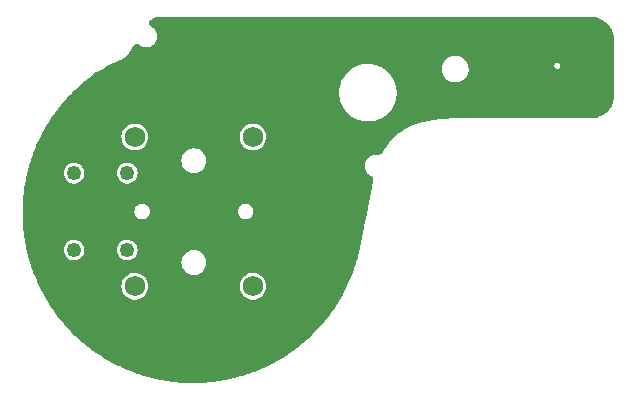
<source format=gbr>
%TF.GenerationSoftware,KiCad,Pcbnew,7.0.6*%
%TF.CreationDate,2023-11-30T12:51:18-08:00*%
%TF.ProjectId,UGC_SubStick,5547435f-5375-4625-9374-69636b2e6b69,rev?*%
%TF.SameCoordinates,Original*%
%TF.FileFunction,Copper,L2,Bot*%
%TF.FilePolarity,Positive*%
%FSLAX46Y46*%
G04 Gerber Fmt 4.6, Leading zero omitted, Abs format (unit mm)*
G04 Created by KiCad (PCBNEW 7.0.6) date 2023-11-30 12:51:18*
%MOMM*%
%LPD*%
G01*
G04 APERTURE LIST*
%TA.AperFunction,ComponentPad*%
%ADD10C,1.750000*%
%TD*%
%TA.AperFunction,ComponentPad*%
%ADD11C,1.250000*%
%TD*%
G04 APERTURE END LIST*
D10*
%TO.P,SW1,*%
%TO.N,*%
X242207200Y-143363518D03*
X242207200Y-156013518D03*
X252207200Y-143363518D03*
X252207200Y-156013518D03*
D11*
%TO.P,SW1,S1,1*%
%TO.N,unconnected-(SW1-1-PadS1)*%
X241557200Y-146438518D03*
%TO.P,SW1,S2,2*%
%TO.N,unconnected-(SW1-2-PadS2)*%
X241557200Y-152938518D03*
%TO.P,SW1,S3,3*%
%TO.N,unconnected-(SW1-3-PadS3)*%
X237057200Y-146438518D03*
%TO.P,SW1,S4,4*%
%TO.N,unconnected-(SW1-4-PadS4)*%
X237057200Y-152938518D03*
%TD*%
%TA.AperFunction,NonConductor*%
G36*
X280797428Y-133176744D02*
G01*
X280829746Y-133178861D01*
X280879199Y-133182103D01*
X281060859Y-133195096D01*
X281068499Y-133196125D01*
X281185002Y-133219300D01*
X281329036Y-133250633D01*
X281335766Y-133252501D01*
X281423321Y-133282223D01*
X281454965Y-133292965D01*
X281482894Y-133303381D01*
X281587113Y-133342253D01*
X281592847Y-133344729D01*
X281708490Y-133401758D01*
X281754679Y-133426979D01*
X281830244Y-133468242D01*
X281834977Y-133471107D01*
X281942177Y-133542736D01*
X281944877Y-133544647D01*
X282053953Y-133626300D01*
X282057679Y-133629321D01*
X282111691Y-133676689D01*
X282155020Y-133714687D01*
X282157966Y-133717446D01*
X282210739Y-133770219D01*
X282254042Y-133813522D01*
X282256815Y-133816482D01*
X282287200Y-133851129D01*
X282342226Y-133913876D01*
X282345243Y-133917598D01*
X282423542Y-134022193D01*
X282426805Y-134026551D01*
X282428723Y-134029261D01*
X282500447Y-134136605D01*
X282503313Y-134141339D01*
X282569659Y-134262842D01*
X282626823Y-134378761D01*
X282629309Y-134384519D01*
X282678404Y-134516147D01*
X282719041Y-134635866D01*
X282720916Y-134642621D01*
X282752036Y-134785677D01*
X282775401Y-134903142D01*
X282776436Y-134910822D01*
X282789183Y-135089057D01*
X282794777Y-135174407D01*
X282794910Y-135178463D01*
X282794910Y-139796202D01*
X282794777Y-139800259D01*
X282789415Y-139882044D01*
X282776427Y-140063634D01*
X282775392Y-140071313D01*
X282752196Y-140187925D01*
X282720897Y-140331806D01*
X282719022Y-140338562D01*
X282678508Y-140457909D01*
X282629284Y-140589878D01*
X282626798Y-140595636D01*
X282569704Y-140711412D01*
X282503307Y-140833009D01*
X282500440Y-140837744D01*
X282428720Y-140945078D01*
X282426803Y-140947788D01*
X282345269Y-141056704D01*
X282342248Y-141060430D01*
X282256766Y-141157903D01*
X282253992Y-141160865D01*
X282158063Y-141256793D01*
X282155101Y-141259568D01*
X282057589Y-141345082D01*
X282053864Y-141348102D01*
X281945022Y-141429580D01*
X281942312Y-141431498D01*
X281834880Y-141503282D01*
X281830146Y-141506148D01*
X281708753Y-141572435D01*
X281592733Y-141629649D01*
X281586974Y-141632136D01*
X281455436Y-141681197D01*
X281335645Y-141721860D01*
X281328890Y-141723735D01*
X281185854Y-141754851D01*
X281068381Y-141778218D01*
X281060701Y-141779253D01*
X280881964Y-141792036D01*
X280797179Y-141797594D01*
X280793122Y-141797727D01*
X269339168Y-141797727D01*
X269295199Y-141797821D01*
X269295114Y-141797821D01*
X269295004Y-141797822D01*
X269295002Y-141797822D01*
X269199807Y-141798692D01*
X269198992Y-141798634D01*
X269189536Y-141798787D01*
X269189552Y-141798787D01*
X269073306Y-141801022D01*
X269072553Y-141800973D01*
X269062750Y-141801225D01*
X269062132Y-141801060D01*
X269061082Y-141801226D01*
X269062710Y-141801226D01*
X268931449Y-141805205D01*
X268930244Y-141805095D01*
X268916292Y-141805665D01*
X268912547Y-141805784D01*
X268911975Y-141805847D01*
X268756214Y-141812455D01*
X268755535Y-141812437D01*
X268753433Y-141812553D01*
X268753449Y-141812552D01*
X268751759Y-141812645D01*
X268751734Y-141812647D01*
X268751732Y-141812647D01*
X268687546Y-141816214D01*
X268582745Y-141822039D01*
X268582000Y-141822011D01*
X268571222Y-141822679D01*
X268571125Y-141822685D01*
X268571031Y-141822691D01*
X268571030Y-141822691D01*
X268568713Y-141822838D01*
X268568365Y-141822878D01*
X268376032Y-141836318D01*
X268376010Y-141836319D01*
X268375937Y-141836325D01*
X268373891Y-141836471D01*
X268373391Y-141836531D01*
X268285823Y-141843651D01*
X268285213Y-141843640D01*
X268273550Y-141844647D01*
X268273557Y-141844647D01*
X268273327Y-141844667D01*
X268273071Y-141844690D01*
X268273090Y-141844688D01*
X268168402Y-141854049D01*
X268168370Y-141854051D01*
X268167966Y-141854087D01*
X268095864Y-141861145D01*
X268061153Y-141864542D01*
X268060716Y-141864575D01*
X268060328Y-141864617D01*
X268060283Y-141864622D01*
X268044312Y-141866326D01*
X267948883Y-141876514D01*
X267948882Y-141876514D01*
X267948857Y-141876516D01*
X267948837Y-141876518D01*
X267946676Y-141876764D01*
X267946557Y-141876782D01*
X267837583Y-141889423D01*
X267837479Y-141889432D01*
X267835862Y-141889623D01*
X267835714Y-141889641D01*
X267835713Y-141889641D01*
X267835637Y-141889650D01*
X267835521Y-141889664D01*
X267835518Y-141889664D01*
X267832773Y-141889995D01*
X267832490Y-141890045D01*
X267722284Y-141903896D01*
X267721942Y-141903928D01*
X267720451Y-141904126D01*
X267720419Y-141904131D01*
X267720417Y-141904131D01*
X267720319Y-141904144D01*
X267720226Y-141904156D01*
X267720223Y-141904156D01*
X267717771Y-141904472D01*
X267717387Y-141904542D01*
X267694223Y-141907689D01*
X267605249Y-141919775D01*
X267604891Y-141919812D01*
X267603246Y-141920047D01*
X267603214Y-141920052D01*
X267603211Y-141920052D01*
X267603099Y-141920068D01*
X267603021Y-141920079D01*
X267603019Y-141920079D01*
X267594027Y-141921347D01*
X267593410Y-141921487D01*
X267515439Y-141932909D01*
X267486500Y-141937149D01*
X267486186Y-141937183D01*
X267484310Y-141937470D01*
X267484308Y-141937470D01*
X267484203Y-141937486D01*
X267484118Y-141937499D01*
X267484116Y-141937499D01*
X267481888Y-141937840D01*
X267481622Y-141937893D01*
X267374525Y-141954780D01*
X267373514Y-141954850D01*
X267366293Y-141956054D01*
X267366151Y-141956071D01*
X267363888Y-141956455D01*
X267363605Y-141956502D01*
X267363549Y-141956513D01*
X267253126Y-141975223D01*
X267251845Y-141975325D01*
X267245627Y-141976451D01*
X267245603Y-141976454D01*
X267165590Y-141991001D01*
X267122218Y-141998885D01*
X267121752Y-141998950D01*
X267119445Y-141999390D01*
X267115423Y-142000155D01*
X267115168Y-142000223D01*
X267027985Y-142017209D01*
X266998933Y-142022870D01*
X266998642Y-142022913D01*
X266996027Y-142023436D01*
X266996026Y-142023436D01*
X266995926Y-142023456D01*
X266995838Y-142023474D01*
X266995836Y-142023474D01*
X266994305Y-142023787D01*
X266994080Y-142023841D01*
X266874897Y-142048701D01*
X266874426Y-142048775D01*
X266871700Y-142049368D01*
X266870883Y-142049551D01*
X266750488Y-142076412D01*
X266749921Y-142076508D01*
X266747186Y-142077150D01*
X266737853Y-142079270D01*
X266736719Y-142079646D01*
X266625874Y-142106082D01*
X266625146Y-142106213D01*
X266622396Y-142106912D01*
X266619912Y-142107510D01*
X266619274Y-142107707D01*
X266501453Y-142137727D01*
X266501043Y-142137805D01*
X266497781Y-142138662D01*
X266497780Y-142138662D01*
X266497700Y-142138683D01*
X266497597Y-142138710D01*
X266497596Y-142138710D01*
X266495207Y-142139336D01*
X266494732Y-142139490D01*
X266377055Y-142171508D01*
X266376286Y-142171666D01*
X266373274Y-142172537D01*
X266373272Y-142172537D01*
X266373137Y-142172576D01*
X266373090Y-142172589D01*
X266373088Y-142172590D01*
X266373067Y-142172596D01*
X266371153Y-142173124D01*
X266370568Y-142173322D01*
X266317421Y-142188761D01*
X266312595Y-142188747D01*
X266266309Y-142203608D01*
X266253474Y-142207338D01*
X266253321Y-142207371D01*
X266249158Y-142208591D01*
X266246131Y-142209494D01*
X266245583Y-142209699D01*
X266134289Y-142244214D01*
X266132696Y-142244586D01*
X266125712Y-142246875D01*
X266122470Y-142247904D01*
X266121841Y-142248158D01*
X266005933Y-142286594D01*
X266004285Y-142287005D01*
X265996970Y-142289566D01*
X265996968Y-142289566D01*
X265996868Y-142289601D01*
X265996791Y-142289627D01*
X265996789Y-142289628D01*
X265989833Y-142291976D01*
X265988380Y-142292612D01*
X265981360Y-142295103D01*
X265938423Y-142308890D01*
X265932570Y-142312418D01*
X265880050Y-142331056D01*
X265878533Y-142331459D01*
X265870480Y-142334451D01*
X265870479Y-142334451D01*
X265870374Y-142334490D01*
X265870303Y-142334516D01*
X265870301Y-142334516D01*
X265866921Y-142335754D01*
X265866355Y-142336014D01*
X265756397Y-142377722D01*
X265754718Y-142378198D01*
X265746209Y-142381587D01*
X265743836Y-142382518D01*
X265743340Y-142382748D01*
X265627514Y-142429651D01*
X265626879Y-142429871D01*
X265624412Y-142430908D01*
X265621274Y-142432215D01*
X265620659Y-142432529D01*
X265507238Y-142481505D01*
X265506929Y-142481624D01*
X265504901Y-142482514D01*
X265501905Y-142483839D01*
X265501246Y-142484194D01*
X265391119Y-142534853D01*
X265390116Y-142535243D01*
X265387587Y-142536480D01*
X265380914Y-142539552D01*
X265378954Y-142540706D01*
X265275266Y-142591468D01*
X265274383Y-142591849D01*
X265272574Y-142592787D01*
X265269522Y-142594284D01*
X265268554Y-142594879D01*
X265162975Y-142649838D01*
X265162606Y-142650003D01*
X265159804Y-142651487D01*
X265159803Y-142651488D01*
X265159752Y-142651515D01*
X265159639Y-142651575D01*
X265159637Y-142651576D01*
X265156755Y-142653106D01*
X265156024Y-142653576D01*
X265052567Y-142710790D01*
X265051992Y-142711063D01*
X265049096Y-142712711D01*
X265046534Y-142714153D01*
X265045794Y-142714649D01*
X264943791Y-142774532D01*
X264942918Y-142774978D01*
X264940663Y-142776366D01*
X264940662Y-142776367D01*
X264940571Y-142776423D01*
X264940504Y-142776463D01*
X264940503Y-142776463D01*
X264938428Y-142777702D01*
X264937715Y-142778200D01*
X264841921Y-142837857D01*
X264839944Y-142838898D01*
X264834208Y-142842661D01*
X264832540Y-142843710D01*
X264831790Y-142844255D01*
X264733286Y-142909281D01*
X264732626Y-142909660D01*
X264729977Y-142911465D01*
X264727364Y-142913227D01*
X264726702Y-142913755D01*
X264631253Y-142980497D01*
X264630282Y-142981085D01*
X264627800Y-142982914D01*
X264625630Y-142984438D01*
X264624782Y-142985147D01*
X264531013Y-143054559D01*
X264530192Y-143055088D01*
X264527652Y-143057049D01*
X264525122Y-143058969D01*
X264524546Y-143059481D01*
X264496075Y-143081780D01*
X264487411Y-143085228D01*
X264441364Y-143124474D01*
X264438386Y-143126534D01*
X264438434Y-143126592D01*
X264429583Y-143133857D01*
X264427077Y-143135834D01*
X264426272Y-143136598D01*
X264341085Y-143207149D01*
X264339510Y-143208257D01*
X264333557Y-143213381D01*
X264333555Y-143213382D01*
X264333469Y-143213456D01*
X264333415Y-143213502D01*
X264333412Y-143213505D01*
X264331609Y-143215040D01*
X264331117Y-143215516D01*
X264236865Y-143298062D01*
X264236327Y-143298494D01*
X264234850Y-143299827D01*
X264229443Y-143304664D01*
X264228270Y-143305920D01*
X264226754Y-143307324D01*
X264225958Y-143308062D01*
X264181394Y-143346044D01*
X264174171Y-143356018D01*
X264147690Y-143380540D01*
X264145835Y-143382002D01*
X264140446Y-143387246D01*
X264140445Y-143387247D01*
X264140371Y-143387319D01*
X264140312Y-143387374D01*
X264140310Y-143387375D01*
X264138433Y-143389125D01*
X264137712Y-143389918D01*
X264052683Y-143473072D01*
X264052008Y-143473658D01*
X264049940Y-143475755D01*
X264048042Y-143477652D01*
X264047532Y-143478238D01*
X263966371Y-143561957D01*
X263965703Y-143562560D01*
X263963416Y-143565005D01*
X263961796Y-143566714D01*
X263961350Y-143567248D01*
X263883609Y-143651731D01*
X263883037Y-143652273D01*
X263880668Y-143654929D01*
X263878660Y-143657149D01*
X263878151Y-143657807D01*
X263803619Y-143743033D01*
X263803170Y-143743498D01*
X263801553Y-143745397D01*
X263799280Y-143748032D01*
X263798759Y-143748754D01*
X263732308Y-143828617D01*
X263731046Y-143829909D01*
X263725906Y-143836312D01*
X263723706Y-143838988D01*
X263723199Y-143839726D01*
X263656124Y-143924347D01*
X263655808Y-143924698D01*
X263653640Y-143927480D01*
X263648276Y-143934427D01*
X263647660Y-143935392D01*
X263587151Y-144015415D01*
X263586634Y-144016011D01*
X263584595Y-144018797D01*
X263582867Y-144021110D01*
X263582437Y-144021784D01*
X263520019Y-144108211D01*
X263519554Y-144108808D01*
X263518636Y-144110128D01*
X263517173Y-144112169D01*
X263516744Y-144112866D01*
X263457219Y-144199028D01*
X263456898Y-144199452D01*
X263455661Y-144201284D01*
X263451467Y-144207393D01*
X263450616Y-144208907D01*
X263395511Y-144292168D01*
X263395471Y-144292229D01*
X263393715Y-144294929D01*
X263393433Y-144295437D01*
X263339733Y-144379992D01*
X263339320Y-144380573D01*
X263337957Y-144382789D01*
X263336497Y-144385111D01*
X263336178Y-144385701D01*
X263330749Y-144394596D01*
X263284870Y-144469741D01*
X263284424Y-144470387D01*
X263282998Y-144472808D01*
X263282930Y-144472920D01*
X263282919Y-144472939D01*
X263232485Y-144558697D01*
X263232198Y-144559123D01*
X263230473Y-144562120D01*
X263229104Y-144564498D01*
X263228948Y-144564805D01*
X263181709Y-144648015D01*
X263178517Y-144653055D01*
X263127884Y-144725109D01*
X263112174Y-144743391D01*
X263063889Y-144789611D01*
X263044937Y-144804509D01*
X262978442Y-144847021D01*
X262956967Y-144857969D01*
X262894812Y-144882373D01*
X262871502Y-144888982D01*
X262793021Y-144903136D01*
X262768757Y-144905084D01*
X262690900Y-144903668D01*
X262685253Y-144903307D01*
X262601115Y-144894062D01*
X262528388Y-144900032D01*
X262521247Y-144898557D01*
X262507499Y-144901324D01*
X262500333Y-144902335D01*
X262424784Y-144908537D01*
X262346973Y-144930421D01*
X262338081Y-144930319D01*
X262324104Y-144936305D01*
X262316474Y-144938999D01*
X262254473Y-144956436D01*
X262175647Y-144996123D01*
X262165370Y-144998001D01*
X262155926Y-145004611D01*
X262140593Y-145013772D01*
X262096446Y-145035999D01*
X262020898Y-145094474D01*
X262009834Y-145098804D01*
X262001978Y-145107167D01*
X261987503Y-145120322D01*
X261956539Y-145144288D01*
X261888798Y-145221547D01*
X261877650Y-145228618D01*
X261871862Y-145238099D01*
X261859271Y-145255222D01*
X261839902Y-145277312D01*
X261834953Y-145284190D01*
X261829814Y-145290430D01*
X261826483Y-145293974D01*
X261817238Y-145316208D01*
X261784543Y-145372320D01*
X261774077Y-145382219D01*
X261770556Y-145392105D01*
X261760886Y-145412920D01*
X261750834Y-145430171D01*
X261750832Y-145430176D01*
X261750209Y-145431964D01*
X261738950Y-145455768D01*
X261738127Y-145457114D01*
X261733608Y-145479600D01*
X261712278Y-145540808D01*
X261703261Y-145553413D01*
X261701946Y-145563009D01*
X261696188Y-145586976D01*
X261692609Y-145597245D01*
X261691065Y-145607966D01*
X261685143Y-145631893D01*
X261684158Y-145634656D01*
X261684100Y-145656310D01*
X261674878Y-145720333D01*
X261668025Y-145735327D01*
X261668635Y-145744044D01*
X261667671Y-145770369D01*
X261667385Y-145772352D01*
X261667385Y-145772357D01*
X261668370Y-145792367D01*
X261667372Y-145815297D01*
X261666799Y-145819478D01*
X261670683Y-145839346D01*
X261673854Y-145903763D01*
X261669783Y-145920660D01*
X261673119Y-145932448D01*
X261674810Y-145940356D01*
X261676085Y-145949065D01*
X261683149Y-145977751D01*
X261686444Y-145998750D01*
X261686820Y-146004132D01*
X261693904Y-146021427D01*
X261718387Y-146120849D01*
X261734962Y-146156638D01*
X261741756Y-146174980D01*
X261743507Y-146181170D01*
X261752895Y-146195360D01*
X261785704Y-146266200D01*
X261792739Y-146281390D01*
X261821943Y-146321785D01*
X261831336Y-146336974D01*
X261834718Y-146343443D01*
X261845417Y-146354254D01*
X261896394Y-146424766D01*
X261943818Y-146469173D01*
X261949351Y-146475076D01*
X261957007Y-146484395D01*
X261968060Y-146491875D01*
X262025533Y-146545691D01*
X262025535Y-146545692D01*
X262025538Y-146545695D01*
X262057681Y-146565860D01*
X262090338Y-146586348D01*
X262096235Y-146590546D01*
X262106055Y-146598438D01*
X262116910Y-146603018D01*
X262175407Y-146639717D01*
X262246629Y-146667256D01*
X262268054Y-146678027D01*
X262309629Y-146704251D01*
X262318886Y-146710090D01*
X262353749Y-146743057D01*
X262382869Y-146783963D01*
X262401383Y-146822889D01*
X262409608Y-146852694D01*
X262412974Y-146902175D01*
X262392089Y-147057782D01*
X262391469Y-147061531D01*
X262389426Y-147071891D01*
X262389424Y-147071899D01*
X262367564Y-147182735D01*
X262360005Y-147221059D01*
X262344887Y-147297707D01*
X262344887Y-147297708D01*
X262322211Y-147412680D01*
X262322211Y-147412681D01*
X262299534Y-147527652D01*
X262299534Y-147527653D01*
X262276858Y-147642624D01*
X262276858Y-147642625D01*
X262254181Y-147757596D01*
X262254181Y-147757597D01*
X262231505Y-147872569D01*
X262231505Y-147872570D01*
X262208829Y-147987541D01*
X262208829Y-147987542D01*
X262186152Y-148102513D01*
X262186152Y-148102514D01*
X262163476Y-148217486D01*
X262163476Y-148217487D01*
X262140799Y-148332458D01*
X262140799Y-148332459D01*
X262118123Y-148447430D01*
X262118123Y-148447431D01*
X262095446Y-148562402D01*
X262095446Y-148562403D01*
X262078732Y-148647146D01*
X262072770Y-148677375D01*
X262050094Y-148792347D01*
X262044208Y-148822190D01*
X262027417Y-148907319D01*
X262027417Y-148907320D01*
X262004741Y-149022292D01*
X262004741Y-149022293D01*
X261982064Y-149137264D01*
X261982064Y-149137265D01*
X261970241Y-149197209D01*
X261959388Y-149252236D01*
X261959042Y-149253989D01*
X261936711Y-149367208D01*
X261936711Y-149367209D01*
X261933400Y-149383995D01*
X261914035Y-149482181D01*
X261905884Y-149523508D01*
X261891358Y-149597153D01*
X261891358Y-149597154D01*
X261871265Y-149699032D01*
X261846006Y-149827098D01*
X261837214Y-149871673D01*
X261823329Y-149942070D01*
X261823329Y-149942071D01*
X261800653Y-150057042D01*
X261800653Y-150057043D01*
X261777976Y-150172014D01*
X261777976Y-150172015D01*
X261756055Y-150283160D01*
X261755300Y-150286987D01*
X261750926Y-150309162D01*
X261733100Y-150399544D01*
X261732623Y-150401960D01*
X261709947Y-150516932D01*
X261686670Y-150634948D01*
X261686663Y-150634999D01*
X261638405Y-150880471D01*
X261638395Y-150880543D01*
X261581049Y-151173546D01*
X261581046Y-151173609D01*
X261546851Y-151348468D01*
X261502428Y-151574917D01*
X261458815Y-151795588D01*
X261415837Y-152010513D01*
X261373127Y-152220621D01*
X261353903Y-152313239D01*
X261330470Y-152426134D01*
X261287628Y-152627352D01*
X261244352Y-152824664D01*
X261200358Y-153018575D01*
X261155455Y-153209218D01*
X261109341Y-153397186D01*
X261061768Y-153582830D01*
X261012509Y-153766427D01*
X260961337Y-153948288D01*
X260907950Y-154128954D01*
X260852147Y-154308643D01*
X260793645Y-154487838D01*
X260732192Y-154666906D01*
X260667580Y-154846111D01*
X260599477Y-155026034D01*
X260527744Y-155206772D01*
X260452036Y-155388930D01*
X260372162Y-155572738D01*
X260287846Y-155758635D01*
X260198830Y-155947004D01*
X260104901Y-156138145D01*
X260005771Y-156332502D01*
X259901185Y-156530458D01*
X259790957Y-156732266D01*
X259744993Y-156813822D01*
X259621340Y-157030512D01*
X259601274Y-157065097D01*
X259586377Y-157090773D01*
X259496142Y-157242015D01*
X259404128Y-157392043D01*
X259310358Y-157540829D01*
X259214761Y-157688492D01*
X259117512Y-157834770D01*
X259018487Y-157979856D01*
X258917708Y-158123717D01*
X258815243Y-158266262D01*
X258711051Y-158407553D01*
X258605200Y-158547496D01*
X258497674Y-158686118D01*
X258388457Y-158823443D01*
X258277590Y-158959416D01*
X258165122Y-159093980D01*
X258050997Y-159227204D01*
X257935338Y-159358945D01*
X257817965Y-159489406D01*
X257699090Y-159618354D01*
X257578644Y-159745862D01*
X257456559Y-159871997D01*
X257333010Y-159996580D01*
X257207931Y-160119678D01*
X257081293Y-160241314D01*
X256953186Y-160361403D01*
X256843360Y-160461873D01*
X256823553Y-160479993D01*
X256692452Y-160597029D01*
X256559892Y-160712496D01*
X256425895Y-160826379D01*
X256290458Y-160938673D01*
X256153552Y-161049397D01*
X256089218Y-161100144D01*
X255940489Y-161215995D01*
X255875473Y-161266004D01*
X255734453Y-161371761D01*
X255592281Y-161475695D01*
X255448851Y-161577889D01*
X255304361Y-161678208D01*
X255158607Y-161776795D01*
X255011697Y-161873576D01*
X254863841Y-161968421D01*
X254714693Y-162061552D01*
X254564558Y-162152780D01*
X254413356Y-162242157D01*
X254261073Y-162329693D01*
X254107795Y-162415338D01*
X253953470Y-162499123D01*
X253798153Y-162581019D01*
X253641856Y-162661018D01*
X253484599Y-162739113D01*
X253326431Y-162815276D01*
X253167339Y-162889517D01*
X253007340Y-162961826D01*
X252846421Y-163032210D01*
X252684619Y-163100646D01*
X252522046Y-163167091D01*
X252358479Y-163231629D01*
X252194278Y-163294122D01*
X252029204Y-163354657D01*
X251863174Y-163413258D01*
X251696574Y-163469787D01*
X251529198Y-163524315D01*
X251361016Y-163576845D01*
X251192218Y-163627317D01*
X251113251Y-163649883D01*
X250931819Y-163700535D01*
X250852900Y-163722050D01*
X250682565Y-163766262D01*
X250511755Y-163808384D01*
X250340721Y-163848359D01*
X250169114Y-163886272D01*
X249997225Y-163922060D01*
X249824882Y-163955762D01*
X249652292Y-163987340D01*
X249479288Y-164016826D01*
X249306077Y-164044185D01*
X249132503Y-164069446D01*
X248958655Y-164092594D01*
X248784665Y-164113615D01*
X248610441Y-164132523D01*
X248436005Y-164149314D01*
X248261306Y-164163994D01*
X248086448Y-164176552D01*
X247911526Y-164186983D01*
X247736395Y-164195294D01*
X247561240Y-164201478D01*
X247385913Y-164205536D01*
X247210603Y-164207465D01*
X247035243Y-164207268D01*
X246859772Y-164204938D01*
X246684374Y-164200477D01*
X246508903Y-164193879D01*
X246333544Y-164185150D01*
X246158152Y-164174279D01*
X246158152Y-164174278D01*
X245982910Y-164161275D01*
X245807665Y-164146125D01*
X245632618Y-164128842D01*
X245551048Y-164119783D01*
X245364245Y-164097883D01*
X245282823Y-164087835D01*
X245108313Y-164064134D01*
X244934286Y-164038335D01*
X244760659Y-164010431D01*
X244587391Y-163980415D01*
X244414558Y-163948304D01*
X244242284Y-163914123D01*
X244070419Y-163877845D01*
X243899101Y-163839501D01*
X243728340Y-163799098D01*
X243558100Y-163756626D01*
X243388361Y-163712083D01*
X243219279Y-163665510D01*
X243050674Y-163616857D01*
X243050674Y-163616856D01*
X242882781Y-163566193D01*
X242715469Y-163513478D01*
X242548858Y-163458753D01*
X242418595Y-163414206D01*
X242382950Y-163402016D01*
X242217701Y-163343256D01*
X242053116Y-163282469D01*
X241889302Y-163219696D01*
X241889301Y-163219696D01*
X241726205Y-163154913D01*
X241678879Y-163135446D01*
X241563829Y-163088121D01*
X241402306Y-163019373D01*
X241241514Y-162948615D01*
X241081679Y-162875943D01*
X240922547Y-162801243D01*
X240764339Y-162724612D01*
X240606941Y-162645992D01*
X240450502Y-162565456D01*
X240294977Y-162482976D01*
X240222998Y-162443671D01*
X240058280Y-162352417D01*
X239986852Y-162312275D01*
X239986852Y-162312274D01*
X239834505Y-162224196D01*
X239683321Y-162134313D01*
X239533278Y-162042619D01*
X239384465Y-161949168D01*
X239236764Y-161853891D01*
X239090383Y-161756921D01*
X238945295Y-161658252D01*
X238801349Y-161557780D01*
X238801348Y-161557779D01*
X238658687Y-161455603D01*
X238517346Y-161351752D01*
X238377264Y-161246182D01*
X238238584Y-161139004D01*
X238238583Y-161139004D01*
X238101091Y-161030053D01*
X237965032Y-160919520D01*
X237830290Y-160807315D01*
X237696918Y-160693484D01*
X237564977Y-160578074D01*
X237434441Y-160461067D01*
X237305317Y-160342469D01*
X237177577Y-160222247D01*
X237051300Y-160100478D01*
X236926492Y-159977165D01*
X236803214Y-159852366D01*
X236681398Y-159726016D01*
X236561012Y-159598070D01*
X236442224Y-159468705D01*
X236325013Y-159337897D01*
X236209239Y-159205488D01*
X236095104Y-159071698D01*
X235982516Y-158936416D01*
X235930828Y-158872748D01*
X235891297Y-158823443D01*
X235813127Y-158725944D01*
X235762177Y-158661596D01*
X235654660Y-158522350D01*
X235548834Y-158381787D01*
X235444732Y-158239947D01*
X235342561Y-158097124D01*
X235242036Y-157952926D01*
X235143374Y-157807662D01*
X235046531Y-157661279D01*
X234951454Y-157513694D01*
X234858251Y-157365082D01*
X234766867Y-157215359D01*
X234677291Y-157064504D01*
X234589602Y-156912654D01*
X234503708Y-156759649D01*
X234419782Y-156605798D01*
X234337700Y-156450886D01*
X234257493Y-156294960D01*
X234179193Y-156138085D01*
X234118898Y-156013518D01*
X241076878Y-156013518D01*
X241096123Y-156221209D01*
X241096123Y-156221211D01*
X241096124Y-156221214D01*
X241127788Y-156332502D01*
X241153207Y-156421840D01*
X241207513Y-156530900D01*
X241246181Y-156608556D01*
X241371882Y-156775011D01*
X241526029Y-156915534D01*
X241703372Y-157025341D01*
X241897873Y-157100691D01*
X242102907Y-157139018D01*
X242102910Y-157139018D01*
X242311490Y-157139018D01*
X242311493Y-157139018D01*
X242516527Y-157100691D01*
X242711028Y-157025341D01*
X242888371Y-156915534D01*
X243042518Y-156775011D01*
X243168219Y-156608556D01*
X243261194Y-156421837D01*
X243318276Y-156221214D01*
X243337522Y-156013518D01*
X251076878Y-156013518D01*
X251096123Y-156221209D01*
X251096123Y-156221211D01*
X251096124Y-156221214D01*
X251127788Y-156332502D01*
X251153207Y-156421840D01*
X251207513Y-156530900D01*
X251246181Y-156608556D01*
X251371882Y-156775011D01*
X251526029Y-156915534D01*
X251703372Y-157025341D01*
X251897873Y-157100691D01*
X252102907Y-157139018D01*
X252102910Y-157139018D01*
X252311490Y-157139018D01*
X252311493Y-157139018D01*
X252516527Y-157100691D01*
X252711028Y-157025341D01*
X252888371Y-156915534D01*
X253042518Y-156775011D01*
X253168219Y-156608556D01*
X253261194Y-156421837D01*
X253318276Y-156221214D01*
X253337522Y-156013518D01*
X253318276Y-155805822D01*
X253261194Y-155605199D01*
X253168219Y-155418480D01*
X253042518Y-155252025D01*
X252888371Y-155111502D01*
X252711028Y-155001695D01*
X252711027Y-155001694D01*
X252568809Y-154946599D01*
X252516527Y-154926345D01*
X252311493Y-154888018D01*
X252102907Y-154888018D01*
X251897873Y-154926345D01*
X251897870Y-154926345D01*
X251897870Y-154926346D01*
X251703372Y-155001694D01*
X251703371Y-155001695D01*
X251526027Y-155111503D01*
X251371883Y-155252023D01*
X251246181Y-155418479D01*
X251153207Y-155605195D01*
X251096123Y-155805826D01*
X251076878Y-156013517D01*
X251076878Y-156013518D01*
X243337522Y-156013518D01*
X243318276Y-155805822D01*
X243261194Y-155605199D01*
X243168219Y-155418480D01*
X243042518Y-155252025D01*
X242888371Y-155111502D01*
X242711028Y-155001695D01*
X242711027Y-155001694D01*
X242568809Y-154946599D01*
X242516527Y-154926345D01*
X242311493Y-154888018D01*
X242102907Y-154888018D01*
X241897873Y-154926345D01*
X241897870Y-154926345D01*
X241897870Y-154926346D01*
X241703372Y-155001694D01*
X241703371Y-155001695D01*
X241526027Y-155111503D01*
X241371883Y-155252023D01*
X241246181Y-155418479D01*
X241153207Y-155605195D01*
X241096123Y-155805826D01*
X241076878Y-156013517D01*
X241076878Y-156013518D01*
X234118898Y-156013518D01*
X234102812Y-155980286D01*
X234028307Y-155821473D01*
X233955759Y-155661812D01*
X233885132Y-155501223D01*
X233816458Y-155339776D01*
X233749723Y-155177437D01*
X233684975Y-155014314D01*
X233622147Y-154850235D01*
X233561337Y-154685442D01*
X233502514Y-154519856D01*
X233445697Y-154353518D01*
X233390869Y-154186372D01*
X233338048Y-154018456D01*
X233329031Y-153988518D01*
X246151617Y-153988518D01*
X246171899Y-154194450D01*
X246171900Y-154194452D01*
X246231968Y-154392472D01*
X246329515Y-154574968D01*
X246329517Y-154574970D01*
X246460789Y-154734928D01*
X246557409Y-154814220D01*
X246620750Y-154866203D01*
X246803246Y-154963750D01*
X247001266Y-155023818D01*
X247001265Y-155023818D01*
X247028029Y-155026454D01*
X247155592Y-155039018D01*
X247155595Y-155039018D01*
X247258805Y-155039018D01*
X247258808Y-155039018D01*
X247413134Y-155023818D01*
X247611154Y-154963750D01*
X247793650Y-154866203D01*
X247953610Y-154734928D01*
X248084885Y-154574968D01*
X248182432Y-154392472D01*
X248242500Y-154194452D01*
X248262783Y-153988518D01*
X248242500Y-153782584D01*
X248182432Y-153584564D01*
X248084885Y-153402068D01*
X248032902Y-153338727D01*
X247953610Y-153242107D01*
X247835877Y-153145487D01*
X247793650Y-153110833D01*
X247611154Y-153013286D01*
X247413134Y-152953218D01*
X247413132Y-152953217D01*
X247413134Y-152953217D01*
X247294005Y-152941484D01*
X247258808Y-152938018D01*
X247155592Y-152938018D01*
X247117498Y-152941769D01*
X247001267Y-152953217D01*
X246803243Y-153013287D01*
X246693098Y-153072161D01*
X246620750Y-153110833D01*
X246620748Y-153110834D01*
X246620747Y-153110835D01*
X246460789Y-153242107D01*
X246329517Y-153402065D01*
X246231969Y-153584561D01*
X246171899Y-153782585D01*
X246151617Y-153988518D01*
X233329031Y-153988518D01*
X233314386Y-153939897D01*
X233261246Y-153759494D01*
X233244372Y-153700896D01*
X233238595Y-153680832D01*
X233192029Y-153511367D01*
X233147533Y-153341360D01*
X233105149Y-153170983D01*
X233064866Y-153000197D01*
X233051107Y-152938518D01*
X236176878Y-152938518D01*
X236196115Y-153121547D01*
X236196116Y-153121550D01*
X236252983Y-153296571D01*
X236252986Y-153296577D01*
X236345005Y-153455958D01*
X236454526Y-153577595D01*
X236468149Y-153592724D01*
X236468151Y-153592726D01*
X236617034Y-153700896D01*
X236617035Y-153700896D01*
X236617039Y-153700899D01*
X236754153Y-153761946D01*
X236785161Y-153775752D01*
X236785166Y-153775754D01*
X236965181Y-153814018D01*
X237149219Y-153814018D01*
X237329234Y-153775754D01*
X237497361Y-153700899D01*
X237646250Y-153592725D01*
X237769395Y-153455958D01*
X237861414Y-153296577D01*
X237918285Y-153121547D01*
X237937522Y-152938518D01*
X240676878Y-152938518D01*
X240696115Y-153121547D01*
X240696116Y-153121550D01*
X240752983Y-153296571D01*
X240752986Y-153296577D01*
X240845005Y-153455958D01*
X240954526Y-153577595D01*
X240968149Y-153592724D01*
X240968151Y-153592726D01*
X241117034Y-153700896D01*
X241117035Y-153700896D01*
X241117039Y-153700899D01*
X241254153Y-153761946D01*
X241285161Y-153775752D01*
X241285166Y-153775754D01*
X241465181Y-153814018D01*
X241649219Y-153814018D01*
X241829234Y-153775754D01*
X241997361Y-153700899D01*
X242146250Y-153592725D01*
X242269395Y-153455958D01*
X242361414Y-153296577D01*
X242418285Y-153121547D01*
X242437522Y-152938518D01*
X242418285Y-152755489D01*
X242376667Y-152627402D01*
X242361416Y-152580464D01*
X242361413Y-152580458D01*
X242269395Y-152421078D01*
X242146250Y-152284311D01*
X242146248Y-152284309D01*
X241997365Y-152176139D01*
X241997362Y-152176137D01*
X241997361Y-152176137D01*
X241917434Y-152140551D01*
X241829238Y-152101283D01*
X241829233Y-152101281D01*
X241649219Y-152063018D01*
X241465181Y-152063018D01*
X241285166Y-152101281D01*
X241285161Y-152101283D01*
X241117039Y-152176137D01*
X241117034Y-152176139D01*
X240968151Y-152284309D01*
X240968149Y-152284311D01*
X240845004Y-152421079D01*
X240752986Y-152580458D01*
X240752983Y-152580464D01*
X240696116Y-152755485D01*
X240696115Y-152755489D01*
X240679831Y-152910420D01*
X240676931Y-152938018D01*
X240676878Y-152938518D01*
X237937522Y-152938518D01*
X237918285Y-152755489D01*
X237876667Y-152627402D01*
X237861416Y-152580464D01*
X237861413Y-152580458D01*
X237769395Y-152421078D01*
X237646250Y-152284311D01*
X237646248Y-152284309D01*
X237497365Y-152176139D01*
X237497362Y-152176137D01*
X237497361Y-152176137D01*
X237417434Y-152140551D01*
X237329238Y-152101283D01*
X237329233Y-152101281D01*
X237149219Y-152063018D01*
X236965181Y-152063018D01*
X236785166Y-152101281D01*
X236785161Y-152101283D01*
X236617039Y-152176137D01*
X236617034Y-152176139D01*
X236468151Y-152284309D01*
X236468149Y-152284311D01*
X236345004Y-152421079D01*
X236252986Y-152580458D01*
X236252983Y-152580464D01*
X236196116Y-152755485D01*
X236196115Y-152755489D01*
X236179831Y-152910420D01*
X236176931Y-152938018D01*
X236176878Y-152938518D01*
X233051107Y-152938518D01*
X233026677Y-152829003D01*
X232990568Y-152657324D01*
X232956575Y-152485356D01*
X232924722Y-152313239D01*
X232924675Y-152312986D01*
X232894874Y-152140257D01*
X232867194Y-151967299D01*
X232841621Y-151794049D01*
X232818148Y-151620467D01*
X232796796Y-151446689D01*
X232777548Y-151272612D01*
X232760422Y-151098370D01*
X232745408Y-150923898D01*
X232732517Y-150749313D01*
X232721742Y-150574477D01*
X232713093Y-150399608D01*
X232706566Y-150224531D01*
X232702166Y-150049435D01*
X232699893Y-149874180D01*
X232699751Y-149698946D01*
X232699869Y-149688518D01*
X242176922Y-149688518D01*
X242195962Y-149845336D01*
X242244190Y-149972500D01*
X242251980Y-149993041D01*
X242341717Y-150123048D01*
X242459960Y-150227801D01*
X242599835Y-150301214D01*
X242623549Y-150307058D01*
X242627840Y-150308283D01*
X242630536Y-150309158D01*
X242630541Y-150309161D01*
X242630545Y-150309161D01*
X242630546Y-150309162D01*
X242635727Y-150310151D01*
X242638945Y-150310854D01*
X242753214Y-150339018D01*
X242775052Y-150339018D01*
X242780143Y-150340513D01*
X242801955Y-150339140D01*
X242805850Y-150339018D01*
X242911183Y-150339018D01*
X242911185Y-150339018D01*
X242930496Y-150334258D01*
X242938834Y-150334624D01*
X242947047Y-150331956D01*
X242947067Y-150331951D01*
X242954481Y-150329542D01*
X242954482Y-150329542D01*
X242967581Y-150325285D01*
X242971885Y-150324056D01*
X243064565Y-150301214D01*
X243081632Y-150292256D01*
X243092620Y-150290053D01*
X243103448Y-150283183D01*
X243103489Y-150283160D01*
X243110052Y-150278994D01*
X243110056Y-150278993D01*
X243123012Y-150270770D01*
X243127359Y-150268256D01*
X243204440Y-150227801D01*
X243219098Y-150214814D01*
X243231678Y-150208901D01*
X243242820Y-150197037D01*
X243242850Y-150197009D01*
X243248169Y-150191343D01*
X243248172Y-150191342D01*
X243258996Y-150179814D01*
X243263049Y-150175877D01*
X243322683Y-150123048D01*
X243334347Y-150106148D01*
X243347120Y-150095796D01*
X243356384Y-150078945D01*
X243356398Y-150078924D01*
X243360151Y-150072097D01*
X243367633Y-150058486D01*
X243370925Y-150053156D01*
X243412420Y-149993041D01*
X243420211Y-149972496D01*
X243431578Y-149957483D01*
X243435061Y-149943918D01*
X243446504Y-149915014D01*
X243452400Y-149904289D01*
X243458447Y-149871676D01*
X243468437Y-149845336D01*
X243475185Y-149789755D01*
X243476675Y-149781843D01*
X243479637Y-149770308D01*
X243479637Y-149770304D01*
X243481331Y-149763710D01*
X243481335Y-149763688D01*
X243486214Y-149744684D01*
X243484361Y-149714185D01*
X243484611Y-149712126D01*
X243487478Y-149688518D01*
X250926922Y-149688518D01*
X250945962Y-149845336D01*
X250994190Y-149972500D01*
X251001980Y-149993041D01*
X251091717Y-150123048D01*
X251209960Y-150227801D01*
X251349835Y-150301214D01*
X251373549Y-150307058D01*
X251377840Y-150308283D01*
X251380536Y-150309158D01*
X251380541Y-150309161D01*
X251380545Y-150309161D01*
X251380546Y-150309162D01*
X251385727Y-150310151D01*
X251388945Y-150310854D01*
X251503214Y-150339018D01*
X251525052Y-150339018D01*
X251530143Y-150340513D01*
X251551955Y-150339140D01*
X251555850Y-150339018D01*
X251661183Y-150339018D01*
X251661185Y-150339018D01*
X251680496Y-150334258D01*
X251688834Y-150334624D01*
X251697047Y-150331956D01*
X251697067Y-150331951D01*
X251704481Y-150329542D01*
X251704482Y-150329542D01*
X251717581Y-150325285D01*
X251721885Y-150324056D01*
X251814565Y-150301214D01*
X251831632Y-150292256D01*
X251842620Y-150290053D01*
X251853448Y-150283183D01*
X251853489Y-150283160D01*
X251860052Y-150278994D01*
X251860056Y-150278993D01*
X251873012Y-150270770D01*
X251877359Y-150268256D01*
X251954440Y-150227801D01*
X251969098Y-150214814D01*
X251981678Y-150208901D01*
X251992820Y-150197037D01*
X251992850Y-150197009D01*
X251998169Y-150191343D01*
X251998172Y-150191342D01*
X252008996Y-150179814D01*
X252013049Y-150175877D01*
X252072683Y-150123048D01*
X252084347Y-150106148D01*
X252097120Y-150095796D01*
X252106384Y-150078945D01*
X252106398Y-150078924D01*
X252110151Y-150072097D01*
X252117633Y-150058486D01*
X252120925Y-150053156D01*
X252162420Y-149993041D01*
X252170211Y-149972496D01*
X252181578Y-149957483D01*
X252185061Y-149943918D01*
X252196504Y-149915014D01*
X252202400Y-149904289D01*
X252208447Y-149871676D01*
X252218437Y-149845336D01*
X252225185Y-149789755D01*
X252226675Y-149781843D01*
X252229637Y-149770308D01*
X252229637Y-149770304D01*
X252231331Y-149763710D01*
X252231335Y-149763688D01*
X252236214Y-149744684D01*
X252234361Y-149714185D01*
X252234611Y-149712126D01*
X252237478Y-149688518D01*
X252234360Y-149662844D01*
X252238166Y-149639952D01*
X252231334Y-149613342D01*
X252231332Y-149613332D01*
X252229637Y-149606730D01*
X252229637Y-149606728D01*
X252226678Y-149595206D01*
X252225183Y-149587265D01*
X252218437Y-149531700D01*
X252208446Y-149505358D01*
X252206509Y-149480217D01*
X252196505Y-149462020D01*
X252185062Y-149433118D01*
X252183161Y-149425715D01*
X252170212Y-149404540D01*
X252162420Y-149383995D01*
X252150834Y-149367210D01*
X252120934Y-149323891D01*
X252117631Y-149318546D01*
X252106393Y-149298103D01*
X252099799Y-149286109D01*
X252084348Y-149270888D01*
X252072684Y-149253989D01*
X252070706Y-149252237D01*
X252013061Y-149201168D01*
X252008986Y-149197209D01*
X252003723Y-149191605D01*
X251995283Y-149182616D01*
X251995253Y-149182588D01*
X251984894Y-149171557D01*
X251969101Y-149162224D01*
X251954440Y-149149235D01*
X251954436Y-149149233D01*
X251954435Y-149149232D01*
X251877381Y-149108789D01*
X251872975Y-149106241D01*
X251856136Y-149095555D01*
X251856128Y-149095551D01*
X251845825Y-149089013D01*
X251831639Y-149084783D01*
X251814565Y-149075822D01*
X251814564Y-149075821D01*
X251814563Y-149075821D01*
X251721900Y-149052981D01*
X251717574Y-149051747D01*
X251706980Y-149048304D01*
X251691521Y-149043281D01*
X251680503Y-149042779D01*
X251669012Y-149039947D01*
X251661185Y-149038018D01*
X251555805Y-149038018D01*
X251551931Y-149037896D01*
X251541224Y-149037223D01*
X251541223Y-149037223D01*
X251537124Y-149036965D01*
X251537084Y-149036965D01*
X251531901Y-149036639D01*
X251525050Y-149038018D01*
X251503212Y-149038018D01*
X251388963Y-149066177D01*
X251385744Y-149066880D01*
X251380553Y-149067870D01*
X251377849Y-149068749D01*
X251373529Y-149069981D01*
X251349832Y-149075822D01*
X251349831Y-149075823D01*
X251209962Y-149149233D01*
X251183124Y-149173009D01*
X251093694Y-149252237D01*
X251091716Y-149253989D01*
X251001981Y-149383993D01*
X251001980Y-149383994D01*
X250945962Y-149531699D01*
X250926922Y-149688517D01*
X250926922Y-149688518D01*
X243487478Y-149688518D01*
X243484360Y-149662844D01*
X243488166Y-149639952D01*
X243481334Y-149613342D01*
X243481332Y-149613332D01*
X243479637Y-149606730D01*
X243479637Y-149606728D01*
X243476678Y-149595206D01*
X243475183Y-149587265D01*
X243468437Y-149531700D01*
X243458446Y-149505358D01*
X243456509Y-149480217D01*
X243446505Y-149462020D01*
X243435062Y-149433118D01*
X243433161Y-149425715D01*
X243420212Y-149404540D01*
X243412420Y-149383995D01*
X243400834Y-149367210D01*
X243370934Y-149323891D01*
X243367631Y-149318546D01*
X243356393Y-149298103D01*
X243349799Y-149286109D01*
X243334348Y-149270888D01*
X243322684Y-149253989D01*
X243320706Y-149252237D01*
X243263061Y-149201168D01*
X243258986Y-149197209D01*
X243253723Y-149191605D01*
X243245283Y-149182616D01*
X243245253Y-149182588D01*
X243234894Y-149171557D01*
X243219101Y-149162224D01*
X243204440Y-149149235D01*
X243204436Y-149149233D01*
X243204435Y-149149232D01*
X243127381Y-149108789D01*
X243122975Y-149106241D01*
X243106136Y-149095555D01*
X243106128Y-149095551D01*
X243095825Y-149089013D01*
X243081639Y-149084783D01*
X243064565Y-149075822D01*
X243064564Y-149075821D01*
X243064563Y-149075821D01*
X242971900Y-149052981D01*
X242967574Y-149051747D01*
X242956980Y-149048304D01*
X242941521Y-149043281D01*
X242930503Y-149042779D01*
X242919012Y-149039947D01*
X242911185Y-149038018D01*
X242805805Y-149038018D01*
X242801931Y-149037896D01*
X242791224Y-149037223D01*
X242791223Y-149037223D01*
X242787124Y-149036965D01*
X242787084Y-149036965D01*
X242781901Y-149036639D01*
X242775050Y-149038018D01*
X242753212Y-149038018D01*
X242638963Y-149066177D01*
X242635744Y-149066880D01*
X242630553Y-149067870D01*
X242627849Y-149068749D01*
X242623529Y-149069981D01*
X242599832Y-149075822D01*
X242599831Y-149075823D01*
X242459962Y-149149233D01*
X242433124Y-149173009D01*
X242343694Y-149252237D01*
X242341716Y-149253989D01*
X242251981Y-149383993D01*
X242251980Y-149383994D01*
X242195962Y-149531699D01*
X242176922Y-149688517D01*
X242176922Y-149688518D01*
X232699869Y-149688518D01*
X232701738Y-149523670D01*
X232705858Y-149348292D01*
X232712112Y-149172998D01*
X232720507Y-148997634D01*
X232731036Y-148822382D01*
X232743708Y-148647126D01*
X232758526Y-148471929D01*
X232760899Y-148447428D01*
X232766421Y-148390423D01*
X232785663Y-148203647D01*
X232794577Y-148122016D01*
X232815788Y-147947516D01*
X232839116Y-147773337D01*
X232864550Y-147599562D01*
X232892070Y-147426268D01*
X232921720Y-147253202D01*
X232953422Y-147080776D01*
X232987236Y-146908653D01*
X233023110Y-146737100D01*
X233061059Y-146566020D01*
X233090971Y-146438518D01*
X236176878Y-146438518D01*
X236196115Y-146621547D01*
X236196116Y-146621550D01*
X236252983Y-146796571D01*
X236252986Y-146796577D01*
X236345005Y-146955958D01*
X236436687Y-147057782D01*
X236468149Y-147092724D01*
X236468151Y-147092726D01*
X236617034Y-147200896D01*
X236617035Y-147200896D01*
X236617039Y-147200899D01*
X236754153Y-147261946D01*
X236785161Y-147275752D01*
X236785166Y-147275754D01*
X236965181Y-147314018D01*
X237149219Y-147314018D01*
X237329234Y-147275754D01*
X237497361Y-147200899D01*
X237646250Y-147092725D01*
X237769395Y-146955958D01*
X237861414Y-146796577D01*
X237918285Y-146621547D01*
X237937522Y-146438518D01*
X240676878Y-146438518D01*
X240696115Y-146621547D01*
X240696116Y-146621550D01*
X240752983Y-146796571D01*
X240752986Y-146796577D01*
X240845005Y-146955958D01*
X240936687Y-147057782D01*
X240968149Y-147092724D01*
X240968151Y-147092726D01*
X241117034Y-147200896D01*
X241117035Y-147200896D01*
X241117039Y-147200899D01*
X241254153Y-147261946D01*
X241285161Y-147275752D01*
X241285166Y-147275754D01*
X241465181Y-147314018D01*
X241649219Y-147314018D01*
X241829234Y-147275754D01*
X241997361Y-147200899D01*
X242146250Y-147092725D01*
X242269395Y-146955958D01*
X242361414Y-146796577D01*
X242418285Y-146621547D01*
X242437522Y-146438518D01*
X242418285Y-146255489D01*
X242361414Y-146080459D01*
X242269395Y-145921078D01*
X242146250Y-145784311D01*
X242146248Y-145784309D01*
X241997365Y-145676139D01*
X241997362Y-145676137D01*
X241997361Y-145676137D01*
X241936312Y-145648956D01*
X241829238Y-145601283D01*
X241829233Y-145601281D01*
X241649219Y-145563018D01*
X241465181Y-145563018D01*
X241285166Y-145601281D01*
X241285161Y-145601283D01*
X241117039Y-145676137D01*
X241117034Y-145676139D01*
X240968151Y-145784309D01*
X240968149Y-145784311D01*
X240845004Y-145921079D01*
X240752986Y-146080458D01*
X240752983Y-146080464D01*
X240705964Y-146225177D01*
X240696115Y-146255489D01*
X240676878Y-146438518D01*
X237937522Y-146438518D01*
X237918285Y-146255489D01*
X237861414Y-146080459D01*
X237769395Y-145921078D01*
X237646250Y-145784311D01*
X237646248Y-145784309D01*
X237497365Y-145676139D01*
X237497362Y-145676137D01*
X237497361Y-145676137D01*
X237436312Y-145648956D01*
X237329238Y-145601283D01*
X237329233Y-145601281D01*
X237149219Y-145563018D01*
X236965181Y-145563018D01*
X236785166Y-145601281D01*
X236785161Y-145601283D01*
X236617039Y-145676137D01*
X236617034Y-145676139D01*
X236468151Y-145784309D01*
X236468149Y-145784311D01*
X236345004Y-145921079D01*
X236252986Y-146080458D01*
X236252983Y-146080464D01*
X236205964Y-146225177D01*
X236196115Y-146255489D01*
X236176878Y-146438518D01*
X233090971Y-146438518D01*
X233101075Y-146395451D01*
X233143167Y-146225351D01*
X233187320Y-146055779D01*
X233233497Y-145886873D01*
X233281723Y-145718529D01*
X233331986Y-145550790D01*
X233382766Y-145388518D01*
X246151617Y-145388518D01*
X246171899Y-145594450D01*
X246190664Y-145656310D01*
X246231968Y-145792472D01*
X246329515Y-145974968D01*
X246329517Y-145974970D01*
X246460789Y-146134928D01*
X246517136Y-146181170D01*
X246620750Y-146266203D01*
X246803246Y-146363750D01*
X247001266Y-146423818D01*
X247001265Y-146423818D01*
X247010911Y-146424768D01*
X247155592Y-146439018D01*
X247155595Y-146439018D01*
X247258805Y-146439018D01*
X247258808Y-146439018D01*
X247413134Y-146423818D01*
X247611154Y-146363750D01*
X247793650Y-146266203D01*
X247953610Y-146134928D01*
X248084885Y-145974968D01*
X248182432Y-145792472D01*
X248242500Y-145594452D01*
X248262783Y-145388518D01*
X248242500Y-145182584D01*
X248182432Y-144984564D01*
X248084885Y-144802068D01*
X248018916Y-144721684D01*
X247953610Y-144642107D01*
X247793652Y-144510835D01*
X247793653Y-144510835D01*
X247793650Y-144510833D01*
X247611154Y-144413286D01*
X247413134Y-144353218D01*
X247413132Y-144353217D01*
X247413134Y-144353217D01*
X247294005Y-144341484D01*
X247258808Y-144338018D01*
X247155592Y-144338018D01*
X247117498Y-144341769D01*
X247001267Y-144353217D01*
X246803243Y-144413287D01*
X246697627Y-144469741D01*
X246620750Y-144510833D01*
X246620748Y-144510834D01*
X246620747Y-144510835D01*
X246460789Y-144642107D01*
X246329517Y-144802065D01*
X246329515Y-144802068D01*
X246305487Y-144847021D01*
X246231969Y-144984561D01*
X246171899Y-145182585D01*
X246151617Y-145388518D01*
X233382766Y-145388518D01*
X233384306Y-145383596D01*
X233438621Y-145217144D01*
X233494997Y-145051227D01*
X233553386Y-144886005D01*
X233613709Y-144721685D01*
X233676103Y-144557898D01*
X233740499Y-144394835D01*
X233806844Y-144232632D01*
X233875218Y-144071099D01*
X233945545Y-143910421D01*
X234017857Y-143750527D01*
X234092147Y-143591444D01*
X234168347Y-143433316D01*
X234203035Y-143363518D01*
X241076878Y-143363518D01*
X241096123Y-143571209D01*
X241096123Y-143571211D01*
X241096124Y-143571214D01*
X241147056Y-143750223D01*
X241153207Y-143771840D01*
X241229147Y-143924347D01*
X241246181Y-143958556D01*
X241371882Y-144125011D01*
X241526029Y-144265534D01*
X241703372Y-144375341D01*
X241897873Y-144450691D01*
X242102907Y-144489018D01*
X242102910Y-144489018D01*
X242311490Y-144489018D01*
X242311493Y-144489018D01*
X242516527Y-144450691D01*
X242711028Y-144375341D01*
X242888371Y-144265534D01*
X243042518Y-144125011D01*
X243168219Y-143958556D01*
X243261194Y-143771837D01*
X243318276Y-143571214D01*
X243337522Y-143363518D01*
X251076878Y-143363518D01*
X251096123Y-143571209D01*
X251096123Y-143571211D01*
X251096124Y-143571214D01*
X251147056Y-143750223D01*
X251153207Y-143771840D01*
X251229147Y-143924347D01*
X251246181Y-143958556D01*
X251371882Y-144125011D01*
X251526029Y-144265534D01*
X251703372Y-144375341D01*
X251897873Y-144450691D01*
X252102907Y-144489018D01*
X252102910Y-144489018D01*
X252311490Y-144489018D01*
X252311493Y-144489018D01*
X252516527Y-144450691D01*
X252711028Y-144375341D01*
X252888371Y-144265534D01*
X253042518Y-144125011D01*
X253168219Y-143958556D01*
X253261194Y-143771837D01*
X253318276Y-143571214D01*
X253337522Y-143363518D01*
X253318276Y-143155822D01*
X253261194Y-142955199D01*
X253168219Y-142768480D01*
X253042518Y-142602025D01*
X253034026Y-142594284D01*
X252888372Y-142461503D01*
X252888371Y-142461502D01*
X252711028Y-142351695D01*
X252711027Y-142351694D01*
X252553189Y-142290548D01*
X252516527Y-142276345D01*
X252311493Y-142238018D01*
X252102907Y-142238018D01*
X251897873Y-142276345D01*
X251897870Y-142276345D01*
X251897870Y-142276346D01*
X251703372Y-142351694D01*
X251703371Y-142351695D01*
X251526027Y-142461503D01*
X251371883Y-142602023D01*
X251246181Y-142768479D01*
X251153207Y-142955195D01*
X251150852Y-142963471D01*
X251102390Y-143133801D01*
X251096123Y-143155826D01*
X251076878Y-143363517D01*
X251076878Y-143363518D01*
X243337522Y-143363518D01*
X243318276Y-143155822D01*
X243261194Y-142955199D01*
X243168219Y-142768480D01*
X243042518Y-142602025D01*
X243034026Y-142594284D01*
X242888372Y-142461503D01*
X242888371Y-142461502D01*
X242711028Y-142351695D01*
X242711027Y-142351694D01*
X242553189Y-142290548D01*
X242516527Y-142276345D01*
X242311493Y-142238018D01*
X242102907Y-142238018D01*
X241897873Y-142276345D01*
X241897870Y-142276345D01*
X241897870Y-142276346D01*
X241703372Y-142351694D01*
X241703371Y-142351695D01*
X241526027Y-142461503D01*
X241371883Y-142602023D01*
X241246181Y-142768479D01*
X241153207Y-142955195D01*
X241150852Y-142963471D01*
X241102390Y-143133801D01*
X241096123Y-143155826D01*
X241076878Y-143363517D01*
X241076878Y-143363518D01*
X234203035Y-143363518D01*
X234246569Y-143275921D01*
X234277513Y-143215516D01*
X234326711Y-143119477D01*
X234331608Y-143110196D01*
X234360977Y-143054545D01*
X234463613Y-142863235D01*
X234489791Y-142815146D01*
X234502911Y-142791047D01*
X234599243Y-142619688D01*
X234697939Y-142449594D01*
X234798939Y-142280867D01*
X234902155Y-142113648D01*
X235007646Y-141947840D01*
X235115374Y-141783500D01*
X235225338Y-141620630D01*
X235337497Y-141459287D01*
X235451848Y-141299481D01*
X235568350Y-141141265D01*
X235687037Y-140984594D01*
X235807877Y-140829516D01*
X235930839Y-140676072D01*
X236055885Y-140524312D01*
X236062735Y-140516226D01*
X236103370Y-140468257D01*
X236264048Y-140281181D01*
X236312187Y-140225900D01*
X236443350Y-140079356D01*
X236576392Y-139934727D01*
X236711325Y-139791990D01*
X236848198Y-139651094D01*
X236879499Y-139619738D01*
X259502420Y-139619738D01*
X259521621Y-139924950D01*
X259539488Y-140018610D01*
X259578930Y-140225369D01*
X259673436Y-140516229D01*
X259803651Y-140792951D01*
X259803653Y-140792954D01*
X259803654Y-140792956D01*
X259967518Y-141051165D01*
X259967520Y-141051167D01*
X259967522Y-141051170D01*
X260162464Y-141286815D01*
X260385404Y-141496169D01*
X260385409Y-141496172D01*
X260385412Y-141496175D01*
X260632812Y-141675922D01*
X260632830Y-141675934D01*
X260802958Y-141769462D01*
X260900823Y-141823264D01*
X260951292Y-141843246D01*
X260953075Y-141844035D01*
X260953090Y-141844043D01*
X260956131Y-141845162D01*
X261185175Y-141935847D01*
X261239616Y-141949825D01*
X261245596Y-141951688D01*
X261246199Y-141951910D01*
X261246222Y-141951917D01*
X261279976Y-141964339D01*
X261301335Y-141965671D01*
X261481395Y-142011903D01*
X261541120Y-142019447D01*
X261547101Y-142020506D01*
X261549499Y-142021054D01*
X261549507Y-142021054D01*
X261550870Y-142021366D01*
X261550900Y-142021372D01*
X261582421Y-142028566D01*
X261602912Y-142027254D01*
X261658332Y-142034255D01*
X261784802Y-142050232D01*
X261784808Y-142050232D01*
X261784812Y-142050233D01*
X261784814Y-142050233D01*
X261848966Y-142050233D01*
X261854924Y-142050520D01*
X261890485Y-142053950D01*
X261909801Y-142050233D01*
X262090640Y-142050233D01*
X262158345Y-142041679D01*
X262164100Y-142041224D01*
X262171302Y-142040994D01*
X262171310Y-142040992D01*
X262172826Y-142040944D01*
X262172863Y-142040942D01*
X262199284Y-142040094D01*
X262217108Y-142034256D01*
X262394057Y-142011903D01*
X262464157Y-141993904D01*
X262469610Y-141992766D01*
X262479009Y-141991247D01*
X262479021Y-141991243D01*
X262480520Y-141991001D01*
X262480590Y-141990988D01*
X262503755Y-141987243D01*
X262519877Y-141979597D01*
X262690277Y-141935847D01*
X262761423Y-141907678D01*
X262766552Y-141905905D01*
X262777827Y-141902559D01*
X262777830Y-141902557D01*
X262778914Y-141902236D01*
X262799019Y-141896268D01*
X262813275Y-141887148D01*
X262974629Y-141823264D01*
X263045390Y-141784362D01*
X263050096Y-141782033D01*
X263062851Y-141776387D01*
X263062861Y-141776380D01*
X263064223Y-141775778D01*
X263064287Y-141775748D01*
X263078486Y-141769462D01*
X263088148Y-141761051D01*
X263091043Y-141759296D01*
X263091619Y-141758947D01*
X263242628Y-141675930D01*
X263311392Y-141625969D01*
X263315655Y-141623135D01*
X263329401Y-141614803D01*
X263329410Y-141614795D01*
X263330505Y-141614132D01*
X263330543Y-141614108D01*
X263341855Y-141607250D01*
X263349120Y-141599077D01*
X263355369Y-141594093D01*
X263357503Y-141592467D01*
X263490048Y-141496169D01*
X263555183Y-141435002D01*
X263558933Y-141431756D01*
X263573099Y-141420460D01*
X263573102Y-141420456D01*
X263582495Y-141412966D01*
X263587610Y-141405475D01*
X263596500Y-141396296D01*
X263598521Y-141394306D01*
X263712988Y-141286815D01*
X263772741Y-141214585D01*
X263775967Y-141210982D01*
X263789944Y-141196550D01*
X263789946Y-141196547D01*
X263796518Y-141189761D01*
X263799768Y-141183386D01*
X263810090Y-141169555D01*
X263811930Y-141167213D01*
X263907930Y-141051170D01*
X263960586Y-140968196D01*
X263963213Y-140964385D01*
X263976377Y-140946747D01*
X263976379Y-140946742D01*
X263976653Y-140946376D01*
X263976666Y-140946357D01*
X263980475Y-140941253D01*
X263982229Y-140936356D01*
X263992785Y-140917612D01*
X263994384Y-140914940D01*
X264049046Y-140828807D01*
X264071792Y-140792967D01*
X264071797Y-140792956D01*
X264071801Y-140792951D01*
X264115586Y-140699901D01*
X264117647Y-140695906D01*
X264129334Y-140675156D01*
X264129335Y-140675152D01*
X264131397Y-140671492D01*
X264132087Y-140668353D01*
X264141672Y-140644680D01*
X264143008Y-140641626D01*
X264202016Y-140516229D01*
X264235250Y-140413944D01*
X264236714Y-140409925D01*
X264246306Y-140386234D01*
X264246306Y-140386232D01*
X264246309Y-140386226D01*
X264246323Y-140386184D01*
X264246877Y-140384813D01*
X264246980Y-140383661D01*
X264254440Y-140355213D01*
X264255429Y-140351839D01*
X264296522Y-140225369D01*
X264317577Y-140114995D01*
X264318486Y-140110977D01*
X264325370Y-140084727D01*
X264329346Y-140053887D01*
X264329919Y-140050295D01*
X264353829Y-139924958D01*
X264361194Y-139807889D01*
X264361571Y-139803959D01*
X264365230Y-139775584D01*
X264365891Y-139734278D01*
X264366003Y-139731441D01*
X264373032Y-139619733D01*
X264366004Y-139508028D01*
X264365891Y-139505183D01*
X264365230Y-139463882D01*
X264361572Y-139435517D01*
X264361192Y-139431547D01*
X264353875Y-139315236D01*
X264353830Y-139314515D01*
X264339462Y-139239197D01*
X264329928Y-139189215D01*
X264329340Y-139185531D01*
X264325540Y-139156060D01*
X264325370Y-139154739D01*
X264318489Y-139128501D01*
X264317572Y-139124448D01*
X264296522Y-139014097D01*
X264255437Y-138887650D01*
X264254437Y-138884240D01*
X264248003Y-138859702D01*
X264247705Y-138858569D01*
X264246984Y-138855817D01*
X264247008Y-138854971D01*
X264246721Y-138854261D01*
X264246707Y-138854223D01*
X264243441Y-138846155D01*
X264236726Y-138829569D01*
X264235243Y-138825500D01*
X264202016Y-138723237D01*
X264159648Y-138633201D01*
X264143019Y-138597861D01*
X264141650Y-138594729D01*
X264133917Y-138575630D01*
X264132092Y-138571122D01*
X264131860Y-138568793D01*
X264117656Y-138543573D01*
X264115577Y-138539545D01*
X264087361Y-138479583D01*
X264071801Y-138446515D01*
X263994411Y-138324569D01*
X263992744Y-138321781D01*
X263986000Y-138309807D01*
X263982229Y-138303111D01*
X263981374Y-138299414D01*
X263963232Y-138275105D01*
X263960570Y-138271242D01*
X263907934Y-138188301D01*
X263907929Y-138188294D01*
X263811970Y-138072299D01*
X263810058Y-138069867D01*
X263799770Y-138056082D01*
X263797950Y-138051182D01*
X263775971Y-138028487D01*
X263772736Y-138024874D01*
X263712989Y-137952652D01*
X263654619Y-137897839D01*
X263598544Y-137845181D01*
X263596478Y-137843146D01*
X263587608Y-137833988D01*
X263584522Y-137828114D01*
X263558938Y-137807712D01*
X263555151Y-137804433D01*
X263529375Y-137780228D01*
X263490048Y-137743297D01*
X263357525Y-137647013D01*
X263355352Y-137645358D01*
X263349107Y-137640378D01*
X263344504Y-137633819D01*
X263330526Y-137625345D01*
X263330518Y-137625340D01*
X263323983Y-137621378D01*
X268208947Y-137621378D01*
X268228192Y-137829069D01*
X268228192Y-137829071D01*
X268228193Y-137829074D01*
X268263353Y-137952649D01*
X268285276Y-138029700D01*
X268334275Y-138128103D01*
X268378250Y-138216416D01*
X268503951Y-138382871D01*
X268658098Y-138523394D01*
X268758308Y-138585442D01*
X268835437Y-138633199D01*
X268835439Y-138633199D01*
X268835441Y-138633201D01*
X268867509Y-138645624D01*
X268870832Y-138647025D01*
X268870850Y-138647033D01*
X268870864Y-138647041D01*
X268871446Y-138647242D01*
X268873702Y-138648024D01*
X268954534Y-138679338D01*
X269029942Y-138708551D01*
X269029944Y-138708551D01*
X269029946Y-138708552D01*
X269035270Y-138709547D01*
X269063399Y-138714805D01*
X269066585Y-138715489D01*
X269073429Y-138717149D01*
X269073437Y-138717152D01*
X269084325Y-138718716D01*
X269234976Y-138746878D01*
X269234978Y-138746878D01*
X269271320Y-138746878D01*
X269279723Y-138747478D01*
X269279728Y-138747378D01*
X269285616Y-138747658D01*
X269285618Y-138747659D01*
X269285620Y-138747658D01*
X269285622Y-138747659D01*
X269294904Y-138747216D01*
X269296870Y-138747123D01*
X269296884Y-138747126D01*
X269300613Y-138746948D01*
X269303566Y-138746878D01*
X269443561Y-138746878D01*
X269443562Y-138746878D01*
X269487778Y-138738612D01*
X269496213Y-138737627D01*
X269499737Y-138737460D01*
X269499744Y-138737458D01*
X269501979Y-138737352D01*
X269502021Y-138737348D01*
X269534051Y-138735821D01*
X269564108Y-138724344D01*
X269648596Y-138708551D01*
X269694543Y-138690750D01*
X269702319Y-138688314D01*
X269708057Y-138686922D01*
X269708058Y-138686921D01*
X269709700Y-138686523D01*
X269709752Y-138686507D01*
X269739300Y-138679338D01*
X269765412Y-138663296D01*
X269843097Y-138633201D01*
X269888720Y-138604951D01*
X269895567Y-138601288D01*
X269903048Y-138597872D01*
X269903052Y-138597868D01*
X269903396Y-138597712D01*
X269908426Y-138595415D01*
X269908430Y-138595413D01*
X269911560Y-138593984D01*
X269912184Y-138593894D01*
X269913814Y-138592953D01*
X269930260Y-138585442D01*
X269951781Y-138565905D01*
X270020440Y-138523394D01*
X270063387Y-138484242D01*
X270069161Y-138479583D01*
X270077663Y-138473530D01*
X270077663Y-138473529D01*
X270079583Y-138472163D01*
X270081876Y-138471369D01*
X270087320Y-138466652D01*
X270100191Y-138457487D01*
X270116737Y-138435607D01*
X270174587Y-138382871D01*
X270212348Y-138332866D01*
X270216948Y-138327451D01*
X270222729Y-138321387D01*
X270226269Y-138319343D01*
X270233769Y-138309807D01*
X270243101Y-138300019D01*
X270254553Y-138276978D01*
X270300288Y-138216416D01*
X270330320Y-138156103D01*
X270333644Y-138150251D01*
X270335971Y-138146630D01*
X270340223Y-138142946D01*
X270347876Y-138128103D01*
X270353929Y-138118683D01*
X270360443Y-138095607D01*
X270393263Y-138029697D01*
X270411367Y-137966065D01*
X270417958Y-137955616D01*
X270418909Y-137950686D01*
X270425554Y-137928056D01*
X270428809Y-137919926D01*
X270430777Y-137897847D01*
X270450345Y-137829074D01*
X270457470Y-137752173D01*
X270458319Y-137746212D01*
X270461722Y-137728559D01*
X270461722Y-137728550D01*
X270461922Y-137727514D01*
X270461928Y-137727474D01*
X270465145Y-137710781D01*
X270463176Y-137690603D01*
X270469591Y-137621378D01*
X270463175Y-137552149D01*
X270466127Y-137537061D01*
X270462116Y-137516247D01*
X270462115Y-137516240D01*
X270461722Y-137514200D01*
X270461722Y-137514197D01*
X270458325Y-137496570D01*
X270457468Y-137490554D01*
X270457334Y-137489108D01*
X270450345Y-137413682D01*
X270432425Y-137350698D01*
X277708308Y-137350698D01*
X277713735Y-137377979D01*
X277715683Y-137397764D01*
X277716552Y-137402132D01*
X277722322Y-137421153D01*
X277727749Y-137448436D01*
X277727749Y-137448437D01*
X277727750Y-137448438D01*
X277738219Y-137464106D01*
X277743205Y-137471568D01*
X277752580Y-137489108D01*
X277755049Y-137492803D01*
X277767658Y-137508166D01*
X277783115Y-137531299D01*
X277806246Y-137546754D01*
X277821609Y-137559363D01*
X277823461Y-137560600D01*
X277823463Y-137560602D01*
X277823464Y-137560602D01*
X277825318Y-137561841D01*
X277842843Y-137571207D01*
X277865976Y-137586664D01*
X277893266Y-137592092D01*
X277912278Y-137597861D01*
X277916644Y-137598729D01*
X277936433Y-137600679D01*
X277963715Y-137606106D01*
X277963716Y-137606106D01*
X277963717Y-137606106D01*
X277990999Y-137600679D01*
X278010780Y-137598730D01*
X278012960Y-137598296D01*
X278012966Y-137598296D01*
X278012971Y-137598293D01*
X278015165Y-137597857D01*
X278034165Y-137592092D01*
X278061456Y-137586664D01*
X278084593Y-137571204D01*
X278102120Y-137561837D01*
X278103967Y-137560602D01*
X278103969Y-137560602D01*
X278103970Y-137560600D01*
X278105818Y-137559366D01*
X278121181Y-137546757D01*
X278144317Y-137531299D01*
X278159775Y-137508163D01*
X278172384Y-137492800D01*
X278174855Y-137489102D01*
X278184222Y-137471575D01*
X278199682Y-137448438D01*
X278205109Y-137421150D01*
X278210662Y-137402851D01*
X278211313Y-137399950D01*
X278211312Y-137399950D01*
X278211314Y-137399948D01*
X278211512Y-137395871D01*
X278213746Y-137377731D01*
X278219124Y-137350698D01*
X278213746Y-137323664D01*
X278211512Y-137305526D01*
X278211314Y-137301448D01*
X278211312Y-137301445D01*
X278210664Y-137298552D01*
X278205109Y-137280243D01*
X278199682Y-137252958D01*
X278184225Y-137229825D01*
X278174859Y-137212300D01*
X278172381Y-137208591D01*
X278159772Y-137193228D01*
X278144317Y-137170097D01*
X278121184Y-137154640D01*
X278105821Y-137142031D01*
X278102126Y-137139562D01*
X278084586Y-137130187D01*
X278083166Y-137129238D01*
X278061456Y-137114732D01*
X278061455Y-137114731D01*
X278061454Y-137114731D01*
X278034171Y-137109304D01*
X278015150Y-137103534D01*
X278010780Y-137102665D01*
X277990999Y-137100717D01*
X277963717Y-137095290D01*
X277963715Y-137095290D01*
X277936433Y-137100717D01*
X277916647Y-137102665D01*
X277912292Y-137103532D01*
X277893261Y-137109304D01*
X277865980Y-137114730D01*
X277865973Y-137114733D01*
X277842837Y-137130191D01*
X277825303Y-137139563D01*
X277821622Y-137142023D01*
X277806251Y-137154637D01*
X277783114Y-137170096D01*
X277767655Y-137193233D01*
X277755041Y-137208604D01*
X277752581Y-137212285D01*
X277743209Y-137229819D01*
X277727751Y-137252955D01*
X277727748Y-137252962D01*
X277722322Y-137280243D01*
X277716550Y-137299274D01*
X277715683Y-137303630D01*
X277713735Y-137323414D01*
X277708308Y-137350697D01*
X277708308Y-137350698D01*
X270432425Y-137350698D01*
X270430778Y-137344910D01*
X270430919Y-137328096D01*
X270425553Y-137314694D01*
X270418909Y-137292068D01*
X270418748Y-137291235D01*
X270411367Y-137276689D01*
X270410545Y-137273801D01*
X270393263Y-137213059D01*
X270360443Y-137147148D01*
X270357250Y-137129238D01*
X270347878Y-137114654D01*
X270341841Y-137102945D01*
X270335962Y-137096110D01*
X270333651Y-137092514D01*
X270330308Y-137086629D01*
X270312151Y-137050165D01*
X270300288Y-137026340D01*
X270254556Y-136965781D01*
X270247653Y-136947510D01*
X270233770Y-136932949D01*
X270227887Y-136925469D01*
X270222743Y-136921382D01*
X270216955Y-136915312D01*
X270212357Y-136909901D01*
X270174587Y-136859885D01*
X270174586Y-136859884D01*
X270174586Y-136859883D01*
X270116740Y-136807150D01*
X270105923Y-136789349D01*
X270087316Y-136776099D01*
X270083064Y-136772414D01*
X270079574Y-136770587D01*
X270069170Y-136763177D01*
X270063358Y-136758487D01*
X270020441Y-136719363D01*
X270020440Y-136719362D01*
X269951783Y-136676851D01*
X269937045Y-136660409D01*
X269913815Y-136649800D01*
X269912546Y-136649067D01*
X269911552Y-136648767D01*
X269895585Y-136641475D01*
X269888694Y-136637787D01*
X269843098Y-136609555D01*
X269843096Y-136609554D01*
X269765408Y-136579458D01*
X269746943Y-136565269D01*
X269711382Y-136556641D01*
X269711370Y-136556638D01*
X269702310Y-136554439D01*
X269694529Y-136551999D01*
X269648599Y-136534206D01*
X269648598Y-136534205D01*
X269648596Y-136534205D01*
X269564098Y-136518409D01*
X269542294Y-136507322D01*
X269496226Y-136505128D01*
X269487775Y-136504142D01*
X269443564Y-136495878D01*
X269443562Y-136495878D01*
X269303499Y-136495878D01*
X269300549Y-136495808D01*
X269285618Y-136495096D01*
X269279728Y-136495378D01*
X269279723Y-136495277D01*
X269271320Y-136495878D01*
X269234976Y-136495878D01*
X269194267Y-136503487D01*
X269084342Y-136524035D01*
X269073438Y-136525603D01*
X269066593Y-136527264D01*
X269063371Y-136527956D01*
X269029940Y-136534205D01*
X268873701Y-136594732D01*
X268870852Y-136595719D01*
X268870796Y-136595745D01*
X268867479Y-136597142D01*
X268835445Y-136609552D01*
X268658096Y-136719363D01*
X268503952Y-136859883D01*
X268378250Y-137026339D01*
X268285276Y-137213055D01*
X268228192Y-137413686D01*
X268208947Y-137621377D01*
X268208947Y-137621378D01*
X263323983Y-137621378D01*
X263315673Y-137616340D01*
X263311371Y-137613480D01*
X263242639Y-137563543D01*
X263242632Y-137563538D01*
X263242628Y-137563536D01*
X263091623Y-137480520D01*
X263088107Y-137478389D01*
X263081770Y-137471455D01*
X263065168Y-137464106D01*
X263065126Y-137464086D01*
X263050116Y-137457441D01*
X263045362Y-137455088D01*
X262974629Y-137416202D01*
X262974627Y-137416201D01*
X262974623Y-137416199D01*
X262813276Y-137352317D01*
X262803161Y-137344424D01*
X262766585Y-137333569D01*
X262761400Y-137331778D01*
X262690276Y-137303618D01*
X262519880Y-137259868D01*
X262508256Y-137252949D01*
X262482073Y-137248715D01*
X262482050Y-137248711D01*
X262469634Y-137246702D01*
X262464117Y-137245550D01*
X262394056Y-137227562D01*
X262217104Y-137205208D01*
X262204062Y-137199520D01*
X262164105Y-137198239D01*
X262158319Y-137197782D01*
X262090653Y-137189234D01*
X262090642Y-137189233D01*
X262090640Y-137189233D01*
X261909804Y-137189233D01*
X261895503Y-137185033D01*
X261861649Y-137188299D01*
X261861636Y-137188300D01*
X261854938Y-137188946D01*
X261848980Y-137189233D01*
X261784812Y-137189233D01*
X261784810Y-137189233D01*
X261784798Y-137189234D01*
X261602898Y-137212212D01*
X261587527Y-137209732D01*
X261551752Y-137217898D01*
X261551728Y-137217902D01*
X261547084Y-137218961D01*
X261541075Y-137220023D01*
X261481404Y-137227561D01*
X261481397Y-137227562D01*
X261481395Y-137227563D01*
X261301309Y-137273801D01*
X261285086Y-137273244D01*
X261245609Y-137287772D01*
X261239614Y-137289640D01*
X261185173Y-137303618D01*
X261185170Y-137303619D01*
X260956136Y-137394301D01*
X260953084Y-137395424D01*
X260951255Y-137396233D01*
X260900820Y-137416203D01*
X260632830Y-137563531D01*
X260632812Y-137563543D01*
X260385412Y-137743290D01*
X260385402Y-137743298D01*
X260162466Y-137952649D01*
X260162464Y-137952651D01*
X260160011Y-137955616D01*
X259967518Y-138188300D01*
X259803654Y-138446509D01*
X259803651Y-138446513D01*
X259803651Y-138446515D01*
X259785886Y-138484267D01*
X259673435Y-138723239D01*
X259630876Y-138854223D01*
X259578930Y-139014097D01*
X259557106Y-139128501D01*
X259521621Y-139314515D01*
X259502420Y-139619727D01*
X259502420Y-139619738D01*
X236879499Y-139619738D01*
X236986958Y-139512092D01*
X237127584Y-139375003D01*
X237270058Y-139239845D01*
X237414356Y-139106639D01*
X237560464Y-138975401D01*
X237708352Y-138846155D01*
X237858017Y-138718909D01*
X238009377Y-138593730D01*
X238162507Y-138470561D01*
X238317354Y-138349447D01*
X238473886Y-138230417D01*
X238534802Y-138187247D01*
X238955217Y-137893520D01*
X238957568Y-137891959D01*
X239144886Y-137773753D01*
X239470133Y-137577537D01*
X239679375Y-137460677D01*
X240017081Y-137286646D01*
X240218454Y-137187942D01*
X240220965Y-137186782D01*
X240398868Y-137109304D01*
X240571573Y-137034089D01*
X240747358Y-136959323D01*
X240750690Y-136958250D01*
X240755856Y-136955804D01*
X240759793Y-136954103D01*
X240785414Y-136944069D01*
X240799708Y-136935769D01*
X240809685Y-136930935D01*
X240829339Y-136922116D01*
X240829382Y-136922213D01*
X240831122Y-136921053D01*
X240887975Y-136896293D01*
X240895470Y-136890471D01*
X240901270Y-136887519D01*
X240901271Y-136887519D01*
X240901381Y-136887463D01*
X240901437Y-136887437D01*
X240901437Y-136887435D01*
X240915687Y-136880820D01*
X240918410Y-136878880D01*
X240989336Y-136843141D01*
X240992793Y-136841752D01*
X240997488Y-136839111D01*
X241000163Y-136837691D01*
X241007217Y-136834163D01*
X241010516Y-136831827D01*
X241017025Y-136828189D01*
X241093369Y-136785532D01*
X241097179Y-136783760D01*
X241099682Y-136782154D01*
X241103348Y-136779975D01*
X241107525Y-136777682D01*
X241111117Y-136774942D01*
X241193525Y-136723135D01*
X241196695Y-136721480D01*
X241200658Y-136718736D01*
X241203428Y-136716925D01*
X241208746Y-136713648D01*
X241225001Y-136709206D01*
X241284774Y-136661917D01*
X241287144Y-136660132D01*
X241294424Y-136654918D01*
X241304616Y-136648081D01*
X241306443Y-136646439D01*
X241377662Y-136596202D01*
X241379977Y-136594712D01*
X241381928Y-136592802D01*
X241438017Y-136542161D01*
X241441448Y-136539538D01*
X241444061Y-136536882D01*
X241447282Y-136533832D01*
X241451495Y-136530121D01*
X241454012Y-136528019D01*
X241498435Y-136492872D01*
X241509373Y-136477535D01*
X241508981Y-136477290D01*
X241510287Y-136475206D01*
X241519596Y-136463201D01*
X241522307Y-136459401D01*
X241523275Y-136458457D01*
X241525430Y-136455678D01*
X241574194Y-136404319D01*
X241576086Y-136402804D01*
X241585939Y-136391951D01*
X241595739Y-136381735D01*
X241597083Y-136379821D01*
X241598308Y-136378487D01*
X241602919Y-136375712D01*
X241644092Y-136328659D01*
X241647676Y-136324759D01*
X241649006Y-136323628D01*
X241658080Y-136313437D01*
X241672089Y-136298444D01*
X241673161Y-136296712D01*
X241724930Y-136239304D01*
X241727303Y-136236967D01*
X241729697Y-136234042D01*
X241730428Y-136233238D01*
X241738820Y-136221182D01*
X241738823Y-136221181D01*
X241738878Y-136221102D01*
X241738931Y-136221031D01*
X241738932Y-136221024D01*
X241739535Y-136220163D01*
X241743718Y-136214814D01*
X241785368Y-136167218D01*
X241793212Y-136150262D01*
X241792481Y-136149961D01*
X241793595Y-136147256D01*
X241803876Y-136127529D01*
X241846529Y-136061038D01*
X241848445Y-136058596D01*
X241852944Y-136051039D01*
X241859429Y-136041101D01*
X241868899Y-136033010D01*
X241905187Y-135965116D01*
X241912168Y-135953122D01*
X241919396Y-135941293D01*
X241920222Y-135939349D01*
X241960792Y-135869987D01*
X241962495Y-135867490D01*
X241963776Y-135865092D01*
X241964913Y-135862283D01*
X242001201Y-135787573D01*
X242003201Y-135784327D01*
X242006052Y-135777741D01*
X242007382Y-135774872D01*
X242013759Y-135761984D01*
X242049586Y-135694953D01*
X242058098Y-135667048D01*
X242094832Y-135607006D01*
X242109349Y-135587766D01*
X242115973Y-135580566D01*
X242133929Y-135564507D01*
X242196454Y-135518692D01*
X242217195Y-135506402D01*
X242226057Y-135502256D01*
X242248770Y-135494214D01*
X242324009Y-135475568D01*
X242347850Y-135472074D01*
X242357575Y-135471605D01*
X242381767Y-135472811D01*
X242459051Y-135484303D01*
X242499867Y-135497920D01*
X242567568Y-135534590D01*
X242572655Y-135537670D01*
X242587619Y-135547743D01*
X242592253Y-135551227D01*
X242593306Y-135552062D01*
X242664378Y-135611537D01*
X242680590Y-135620376D01*
X242729969Y-135647299D01*
X242735105Y-135652428D01*
X242747814Y-135657521D01*
X242754437Y-135660640D01*
X242825104Y-135699170D01*
X242905024Y-135723917D01*
X242911847Y-135728444D01*
X242925330Y-135730756D01*
X242933195Y-135732640D01*
X242999974Y-135753318D01*
X243090724Y-135762551D01*
X243099394Y-135766085D01*
X243109026Y-135765685D01*
X243126721Y-135766214D01*
X243182095Y-135771849D01*
X243279913Y-135762283D01*
X243290272Y-135764255D01*
X243299515Y-135761867D01*
X243318469Y-135758513D01*
X243364282Y-135754033D01*
X243364285Y-135754032D01*
X243364288Y-135754032D01*
X243464841Y-135723325D01*
X243476516Y-135723199D01*
X243484799Y-135719053D01*
X243504099Y-135711338D01*
X243539368Y-135700568D01*
X243637802Y-135647397D01*
X243650253Y-135644747D01*
X243657126Y-135639241D01*
X243675717Y-135626917D01*
X243700434Y-135613566D01*
X243700439Y-135613561D01*
X243700442Y-135613560D01*
X243705550Y-135610106D01*
X243705904Y-135610629D01*
X243719139Y-135601966D01*
X243734875Y-135584900D01*
X243773445Y-135552797D01*
X243791552Y-135537725D01*
X243804135Y-135532278D01*
X243809312Y-135525929D01*
X243826088Y-135508980D01*
X243841135Y-135496457D01*
X243843182Y-135493913D01*
X243862162Y-135474976D01*
X243873333Y-135456457D01*
X243919632Y-135398941D01*
X243931632Y-135390600D01*
X243935027Y-135383961D01*
X243948835Y-135362663D01*
X243955925Y-135353856D01*
X243961137Y-135343816D01*
X243975080Y-135322601D01*
X243975759Y-135321766D01*
X243982606Y-135302465D01*
X244016649Y-135236894D01*
X244027339Y-135225747D01*
X244029051Y-135219349D01*
X244038792Y-135194245D01*
X244040276Y-135191387D01*
X244045678Y-135172601D01*
X244054445Y-135150414D01*
X244055428Y-135148489D01*
X244058092Y-135129425D01*
X244078515Y-135058403D01*
X244087199Y-135044722D01*
X244087485Y-135039019D01*
X244090384Y-135021640D01*
X244089756Y-135021526D01*
X244090860Y-135015469D01*
X244090865Y-135015454D01*
X244093136Y-134987514D01*
X244096937Y-134965533D01*
X244097751Y-134962486D01*
X244096622Y-134944623D01*
X244105696Y-134832994D01*
X244101372Y-134796457D01*
X244100669Y-134775691D01*
X244100870Y-134771677D01*
X244096564Y-134755818D01*
X244084185Y-134651201D01*
X244069890Y-134607580D01*
X244065333Y-134588877D01*
X244064573Y-134584211D01*
X244057891Y-134570961D01*
X244027180Y-134477244D01*
X244027178Y-134477241D01*
X243999818Y-134428959D01*
X243992209Y-134412966D01*
X243990304Y-134408093D01*
X243982153Y-134397785D01*
X243936927Y-134317975D01*
X243891244Y-134265301D01*
X243886361Y-134258866D01*
X243881064Y-134250850D01*
X243872351Y-134243516D01*
X243816989Y-134179683D01*
X243816986Y-134179679D01*
X243761195Y-134136605D01*
X243753450Y-134130625D01*
X243747929Y-134125817D01*
X243741057Y-134119080D01*
X243732409Y-134114380D01*
X243672087Y-134067808D01*
X243672084Y-134067806D01*
X243647440Y-134055601D01*
X243647035Y-134055228D01*
X243598005Y-134031094D01*
X243582765Y-134022193D01*
X243572677Y-134015293D01*
X243517466Y-133975599D01*
X243494101Y-133953711D01*
X243477954Y-133934088D01*
X243475309Y-133930633D01*
X243447688Y-133891777D01*
X243434846Y-133868927D01*
X243434154Y-133867319D01*
X243422794Y-133840901D01*
X243420315Y-133834050D01*
X243407300Y-133790188D01*
X243403126Y-133770225D01*
X243399708Y-133742731D01*
X243398866Y-133722370D01*
X243400742Y-133676689D01*
X243401466Y-133669467D01*
X243406305Y-133639237D01*
X243413155Y-133613957D01*
X243430347Y-133569703D01*
X243432054Y-133565733D01*
X243443016Y-133542515D01*
X243460298Y-133515588D01*
X243503520Y-133464277D01*
X243509369Y-133457656D01*
X243528703Y-133439954D01*
X243540754Y-133431067D01*
X243660384Y-133346070D01*
X243666841Y-133342058D01*
X243724170Y-133311169D01*
X243726978Y-133309752D01*
X243825184Y-133263369D01*
X243830167Y-133261279D01*
X243895595Y-133237173D01*
X243900762Y-133235524D01*
X244005587Y-133207105D01*
X244008734Y-133206340D01*
X244072259Y-133192680D01*
X244079800Y-133191539D01*
X244226402Y-133178567D01*
X244246802Y-133177124D01*
X244251878Y-133176766D01*
X244256253Y-133176611D01*
X280793373Y-133176611D01*
X280797428Y-133176744D01*
G37*
%TD.AperFunction*%
M02*

</source>
